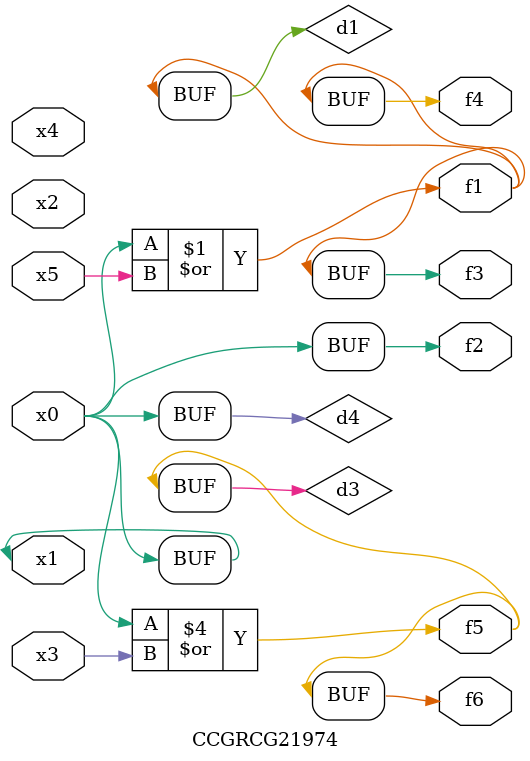
<source format=v>
module CCGRCG21974(
	input x0, x1, x2, x3, x4, x5,
	output f1, f2, f3, f4, f5, f6
);

	wire d1, d2, d3, d4;

	or (d1, x0, x5);
	xnor (d2, x1, x4);
	or (d3, x0, x3);
	buf (d4, x0, x1);
	assign f1 = d1;
	assign f2 = d4;
	assign f3 = d1;
	assign f4 = d1;
	assign f5 = d3;
	assign f6 = d3;
endmodule

</source>
